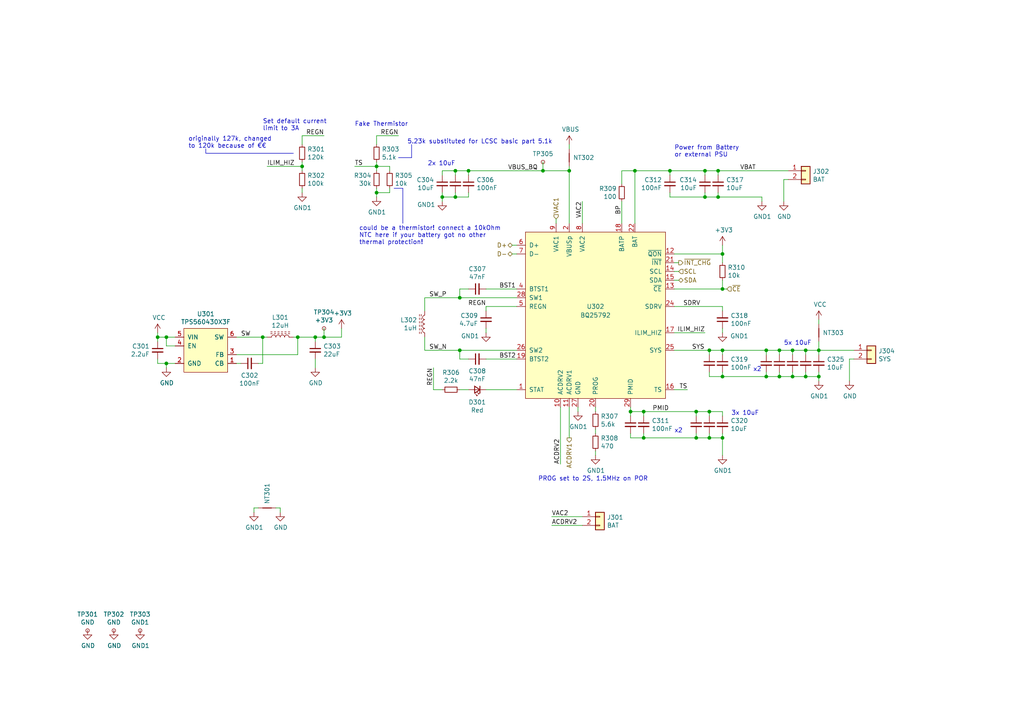
<source format=kicad_sch>
(kicad_sch (version 20230121) (generator eeschema)
  (paper "A4")
  (lib_symbols
    (symbol "Connector:TestPoint_Small" (pin_numbers hide) (pin_names (offset 0.762) hide)
      (property "Reference" "TP" (at 0 3.81 0))
      (property "Value" "TestPoint_Small" (at 0 2.032 0))
      (symbol "TestPoint_Small_0_1"
        (circle (center 0 0) (radius 0.508))
      )
      (symbol "TestPoint_Small_1_1"
        (pin passive line (at 0 0 90) (length 0) (name "1") (number "1"))
      )
    )
    (symbol "Connector_Generic:Conn_01x02" (pin_names (offset 1.016) hide)
      (property "Reference" "J" (at 0 2.54 0))
      (property "Value" "Conn_01x02" (at 0 -5.08 0))
      (symbol "Conn_01x02_1_1"
        (rectangle (start -1.27 -2.413) (end 0 -2.667) (stroke (width 0.1524)))
        (rectangle (start -1.27 0.127) (end 0 -0.127) (stroke (width 0.1524)))
        (rectangle (start -1.27 1.27) (end 1.27 -3.81) (stroke (width 0.254)) (fill (type background)))
        (pin passive line (at -5.08 0 0) (length 3.81) (name "Pin_1") (number "1"))
        (pin passive line (at -5.08 -2.54 0) (length 3.81) (name "Pin_2") (number "2"))
      )
    )
    (symbol "Device:C_Small" (pin_numbers hide) (pin_names (offset 0.254) hide)
      (property "Reference" "C" (at 0.254 1.778 0))
      (property "Value" "C_Small" (at 0.254 -2.032 0))
      (symbol "C_Small_0_1"
        (polyline (pts (xy -1.524 -0.508) (xy 1.524 -0.508)) (stroke (width 0.3302)))
        (polyline (pts (xy -1.524 0.508) (xy 1.524 0.508)) (stroke (width 0.3048)))
      )
      (symbol "C_Small_1_1"
        (pin passive line (at 0 2.54 270) (length 2.032) (name "~") (number "1"))
        (pin passive line (at 0 -2.54 90) (length 2.032) (name "~") (number "2"))
      )
    )
    (symbol "Device:LED_Small" (pin_numbers hide) (pin_names (offset 0.254) hide)
      (property "Reference" "D" (at -1.27 3.175 0))
      (property "Value" "LED_Small" (at -4.445 -2.54 0))
      (symbol "LED_Small_0_1"
        (polyline (pts (xy -0.762 -1.016) (xy -0.762 1.016)) (stroke (width 0.254)))
        (polyline (pts (xy 1.016 0) (xy -0.762 0)))
        (polyline (pts (xy 0.762 -1.016) (xy -0.762 0) (xy 0.762 1.016) (xy 0.762 -1.016)) (stroke (width 0.254)))
        (polyline (pts (xy 0 0.762) (xy -0.508 1.27) (xy -0.254 1.27) (xy -0.508 1.27) (xy -0.508 1.016)))
        (polyline (pts (xy 0.508 1.27) (xy 0 1.778) (xy 0.254 1.778) (xy 0 1.778) (xy 0 1.524)))
      )
      (symbol "LED_Small_1_1"
        (pin passive line (at -2.54 0 0) (length 1.778) (name "K") (number "1"))
        (pin passive line (at 2.54 0 180) (length 1.778) (name "A") (number "2"))
      )
    )
    (symbol "Device:L_Ferrite" (pin_numbers hide) (pin_names (offset 1.016) hide)
      (property "Reference" "L" (at -1.27 0 90))
      (property "Value" "L_Ferrite" (at 2.794 0 90))
      (symbol "L_Ferrite_0_1"
        (arc (start 0 -2.54) (mid 0.6323 -1.905) (end 0 -1.27))
        (arc (start 0 -1.27) (mid 0.6323 -0.635) (end 0 0))
        (polyline (pts (xy 1.016 -2.794) (xy 1.016 -2.286)))
        (polyline (pts (xy 1.016 -1.778) (xy 1.016 -1.27)))
        (polyline (pts (xy 1.016 -0.762) (xy 1.016 -0.254)))
        (polyline (pts (xy 1.016 0.254) (xy 1.016 0.762)))
        (polyline (pts (xy 1.016 1.27) (xy 1.016 1.778)))
        (polyline (pts (xy 1.016 2.286) (xy 1.016 2.794)))
        (polyline (pts (xy 1.524 -2.286) (xy 1.524 -2.794)))
        (polyline (pts (xy 1.524 -1.27) (xy 1.524 -1.778)))
        (polyline (pts (xy 1.524 -0.254) (xy 1.524 -0.762)))
        (polyline (pts (xy 1.524 0.762) (xy 1.524 0.254)))
        (polyline (pts (xy 1.524 1.778) (xy 1.524 1.27)))
        (polyline (pts (xy 1.524 2.794) (xy 1.524 2.286)))
        (arc (start 0 0) (mid 0.6323 0.635) (end 0 1.27))
        (arc (start 0 1.27) (mid 0.6323 1.905) (end 0 2.54))
      )
      (symbol "L_Ferrite_1_1"
        (pin passive line (at 0 3.81 270) (length 1.27) (name "1") (number "1"))
        (pin passive line (at 0 -3.81 90) (length 1.27) (name "2") (number "2"))
      )
    )
    (symbol "Device:NetTie_2" (pin_numbers hide) (pin_names (offset 0) hide)
      (property "Reference" "NT" (at 0 1.27 0))
      (property "Value" "NetTie_2" (at 0 -1.27 0))
      (symbol "NetTie_2_0_1"
        (polyline (pts (xy -1.27 0) (xy 1.27 0)) (stroke (width 0.254)))
      )
      (symbol "NetTie_2_1_1"
        (pin passive line (at -2.54 0 0) (length 2.54) (name "1") (number "1"))
        (pin passive line (at 2.54 0 180) (length 2.54) (name "2") (number "2"))
      )
    )
    (symbol "Device:R_Small" (pin_numbers hide) (pin_names (offset 0.254) hide)
      (property "Reference" "R" (at 0.762 0.508 0))
      (property "Value" "R_Small" (at 0.762 -1.016 0))
      (symbol "R_Small_0_1"
        (rectangle (start -0.762 1.778) (end 0.762 -1.778) (stroke (width 0.2032)))
      )
      (symbol "R_Small_1_1"
        (pin passive line (at 0 2.54 270) (length 0.762) (name "~") (number "1"))
        (pin passive line (at 0 -2.54 90) (length 0.762) (name "~") (number "2"))
      )
    )
    (symbol "meansOfCircuitDesign:BQ25792" (pin_names (offset 1.016))
      (property "Reference" "U" (at 0 2.54 0))
      (property "Value" "BQ25792" (at 0 0 0))
      (symbol "BQ25792_0_1"
        (rectangle (start -20.32 21.59) (end 20.32 -26.67) (fill (type background)))
      )
      (symbol "BQ25792_1_1"
        (pin output line (at -22.86 -24.13 0) (length 2.54) (name "STAT") (number "1"))
        (pin power_out line (at -10.16 -29.21 90) (length 2.54) (name "ACDRV2") (number "10"))
        (pin power_out line (at -7.62 -29.21 90) (length 2.54) (name "ACDRV1") (number "11"))
        (pin input line (at 22.86 15.24 180) (length 2.54) (name "~{QON}") (number "12"))
        (pin input line (at 22.86 5.08 180) (length 2.54) (name "~{CE}") (number "13"))
        (pin input line (at 22.86 10.16 180) (length 2.54) (name "SCL") (number "14"))
        (pin bidirectional line (at 22.86 7.62 180) (length 2.54) (name "SDA") (number "15"))
        (pin input line (at 22.86 -24.13 180) (length 2.54) (name "TS") (number "16"))
        (pin input line (at 22.86 -7.62 180) (length 2.54) (name "ILIM_HIZ") (number "17"))
        (pin power_in line (at 7.62 24.13 270) (length 2.54) (name "BATP") (number "18"))
        (pin power_out line (at -22.86 -15.24 0) (length 2.54) (name "BTST2") (number "19"))
        (pin power_in line (at -7.62 24.13 270) (length 2.54) (name "VBUSp") (number "2"))
        (pin input line (at 0 -29.21 90) (length 2.54) (name "PROG") (number "20"))
        (pin output line (at 22.86 12.7 180) (length 2.54) (name "~{INT}") (number "21"))
        (pin passive line (at 11.43 24.13 270) (length 2.54) (name "BAT") (number "22"))
        (pin passive line (at 11.43 24.13 270) (length 2.54) hide (name "BAT") (number "23"))
        (pin power_out line (at 22.86 0 180) (length 2.54) (name "SDRV") (number "24"))
        (pin passive line (at 22.86 -12.7 180) (length 2.54) (name "SYS") (number "25"))
        (pin passive line (at -22.86 -12.7 0) (length 2.54) (name "SW2") (number "26"))
        (pin passive line (at -5.08 -29.21 90) (length 2.54) (name "GND") (number "27"))
        (pin passive line (at -22.86 2.54 0) (length 2.54) (name "SW1") (number "28"))
        (pin passive line (at 10.16 -29.21 90) (length 2.54) (name "PMID") (number "29"))
        (pin power_in line (at -7.62 24.13 270) (length 2.54) hide (name "VBUSp") (number "3"))
        (pin power_in line (at -22.86 5.08 0) (length 2.54) (name "BTST1") (number "4"))
        (pin power_out line (at -22.86 0 0) (length 2.54) (name "REGN") (number "5"))
        (pin bidirectional line (at -22.86 17.78 0) (length 2.54) (name "D+") (number "6"))
        (pin bidirectional line (at -22.86 15.24 0) (length 2.54) (name "D-") (number "7"))
        (pin power_in line (at -3.81 24.13 270) (length 2.54) (name "VAC2") (number "8"))
        (pin power_in line (at -11.43 24.13 270) (length 2.54) (name "VAC1") (number "9"))
      )
    )
    (symbol "meansOfCircuitDesign:TPS560430X3F" (pin_names (offset 1.016))
      (property "Reference" "U" (at -6.35 7.62 0))
      (property "Value" "TPS560430X3F" (at 0 -7.62 0))
      (symbol "TPS560430X3F_0_1"
        (rectangle (start -6.35 6.35) (end 6.35 -6.35) (stroke (width 0.1524)) (fill (type background)))
      )
      (symbol "TPS560430X3F_1_1"
        (pin passive line (at 8.89 -3.81 180) (length 2.54) (name "CB") (number "1"))
        (pin power_in line (at -8.89 -3.81 0) (length 2.54) (name "GND") (number "2"))
        (pin passive line (at 8.89 -1.27 180) (length 2.54) (name "FB") (number "3"))
        (pin input line (at -8.89 1.27 0) (length 2.54) (name "EN") (number "4"))
        (pin power_in line (at -8.89 3.81 0) (length 2.54) (name "VIN") (number "5"))
        (pin power_out line (at 8.89 3.81 180) (length 2.54) (name "SW") (number "6"))
      )
    )
    (symbol "power:+3V3" (power) (pin_names (offset 0))
      (property "Value" "+3V3" (at 0 3.556 0))
      (symbol "+3V3_0_1"
        (polyline (pts (xy -0.762 1.27) (xy 0 2.54)))
        (polyline (pts (xy 0 0) (xy 0 2.54)))
        (polyline (pts (xy 0 2.54) (xy 0.762 1.27)))
      )
      (symbol "+3V3_1_1"
        (pin power_in line (at 0 0 90) (length 0) hide (name "+3V3") (number "1"))
      )
    )
    (symbol "power:GND" (power) (pin_names (offset 0))
      (property "Value" "GND" (at 0 -3.81 0))
      (symbol "GND_0_1"
        (polyline (pts (xy 0 0) (xy 0 -1.27) (xy 1.27 -1.27) (xy 0 -2.54) (xy -1.27 -1.27) (xy 0 -1.27)))
      )
      (symbol "GND_1_1"
        (pin power_in line (at 0 0 270) (length 0) hide (name "GND") (number "1"))
      )
    )
    (symbol "power:GND1" (power) (pin_names (offset 0))
      (property "Value" "GND1" (at 0 -3.81 0))
      (symbol "GND1_0_1"
        (polyline (pts (xy 0 0) (xy 0 -1.27) (xy 1.27 -1.27) (xy 0 -2.54) (xy -1.27 -1.27) (xy 0 -1.27)))
      )
      (symbol "GND1_1_1"
        (pin power_in line (at 0 0 270) (length 0) hide (name "GND1") (number "1"))
      )
    )
    (symbol "power:VBUS" (power) (pin_names (offset 0))
      (property "Value" "VBUS" (at 0 3.81 0))
      (symbol "VBUS_0_1"
        (polyline (pts (xy -0.762 1.27) (xy 0 2.54)))
        (polyline (pts (xy 0 0) (xy 0 2.54)))
        (polyline (pts (xy 0 2.54) (xy 0.762 1.27)))
      )
      (symbol "VBUS_1_1"
        (pin power_in line (at 0 0 90) (length 0) hide (name "VBUS") (number "1"))
      )
    )
    (symbol "power:VCC" (power) (pin_names (offset 0))
      (property "Value" "VCC" (at 0 3.81 0))
      (symbol "VCC_0_1"
        (polyline (pts (xy -0.762 1.27) (xy 0 2.54)))
        (polyline (pts (xy 0 0) (xy 0 2.54)))
        (polyline (pts (xy 0 2.54) (xy 0.762 1.27)))
      )
      (symbol "VCC_1_1"
        (pin power_in line (at 0 0 90) (length 0) hide (name "VCC") (number "1"))
      )
    )
  )
  (junction (at 132.08 57.15))
  (junction (at 93.98 97.79))
  (junction (at 208.28 57.15))
  (junction (at 209.55 83.82))
  (junction (at 165.1 49.53))
  (junction (at 222.25 101.6))
  (junction (at 133.35 86.36))
  (junction (at 226.06 109.22))
  (junction (at 201.93 127))
  (junction (at 209.55 73.66))
  (junction (at 109.22 55.88))
  (junction (at 222.25 109.22))
  (junction (at 48.26 105.41))
  (junction (at 45.72 97.79))
  (junction (at 209.55 101.6))
  (junction (at 91.44 97.79))
  (junction (at 229.87 101.6))
  (junction (at 237.49 101.6))
  (junction (at 237.49 109.22))
  (junction (at 233.68 101.6))
  (junction (at 87.63 48.26))
  (junction (at 204.47 49.53))
  (junction (at 133.35 101.6))
  (junction (at 184.15 49.53))
  (junction (at 226.06 101.6))
  (junction (at 201.93 119.38))
  (junction (at 205.74 127))
  (junction (at 194.31 49.53))
  (junction (at 86.36 97.79))
  (junction (at 109.22 48.26))
  (junction (at 132.08 49.53))
  (junction (at 229.87 109.22))
  (junction (at 182.88 119.38))
  (junction (at 76.2 97.79))
  (junction (at 209.55 109.22))
  (junction (at 205.74 119.38))
  (junction (at 157.48 49.53))
  (junction (at 208.28 49.53))
  (junction (at 48.26 97.79))
  (junction (at 209.55 127))
  (junction (at 128.27 57.15))
  (junction (at 204.47 57.15))
  (junction (at 186.69 119.38))
  (junction (at 186.69 127))
  (junction (at 135.89 49.53))
  (junction (at 233.68 109.22))
  (junction (at 205.74 101.6))
  (wire (pts (xy 48.26 105.41) (xy 50.8 105.41)))
  (wire (pts (xy 135.89 49.53) (xy 157.48 49.53)))
  (wire (pts (xy 109.22 48.26) (xy 109.22 46.99)))
  (wire (pts (xy 125.73 113.03) (xy 125.73 106.68)))
  (wire (pts (xy 194.31 55.88) (xy 194.31 57.15)))
  (wire (pts (xy 209.55 109.22) (xy 209.55 107.95)))
  (wire (pts (xy 194.31 49.53) (xy 184.15 49.53)))
  (wire (pts (xy 133.35 86.36) (xy 149.86 86.36)))
  (wire (pts (xy 161.29 63.5) (xy 161.29 64.77)))
  (wire (pts (xy 109.22 55.88) (xy 109.22 54.61)))
  (wire (pts (xy 45.72 105.41) (xy 48.26 105.41)))
  (wire (pts (xy 109.22 39.37) (xy 115.57 39.37)))
  (wire (pts (xy 172.72 119.38) (xy 172.72 118.11)))
  (wire (pts (xy 233.68 109.22) (xy 229.87 109.22)))
  (wire (pts (xy 201.93 127) (xy 186.69 127)))
  (wire (pts (xy 201.93 119.38) (xy 186.69 119.38)))
  (wire (pts (xy 226.06 109.22) (xy 222.25 109.22)))
  (wire (pts (xy 48.26 97.79) (xy 45.72 97.79)))
  (wire (pts (xy 123.19 86.36) (xy 123.19 90.17)))
  (wire (pts (xy 140.97 104.14) (xy 149.86 104.14)))
  (wire (pts (xy 209.55 101.6) (xy 205.74 101.6)))
  (wire (pts (xy 162.56 134.62) (xy 162.56 118.11)))
  (wire (pts (xy 237.49 101.6) (xy 237.49 102.87)))
  (wire (pts (xy 186.69 120.65) (xy 186.69 119.38)))
  (wire (pts (xy 209.55 120.65) (xy 209.55 119.38)))
  (wire (pts (xy 135.89 55.88) (xy 135.89 57.15)))
  (wire (pts (xy 226.06 107.95) (xy 226.06 109.22)))
  (wire (pts (xy 208.28 57.15) (xy 204.47 57.15)))
  (wire (pts (xy 209.55 132.08) (xy 209.55 127)))
  (wire (pts (xy 135.89 83.82) (xy 133.35 83.82)))
  (wire (pts (xy 123.19 101.6) (xy 133.35 101.6)))
  (wire (pts (xy 196.85 78.74) (xy 195.58 78.74)))
  (wire (pts (xy 48.26 97.79) (xy 50.8 97.79)))
  (wire (pts (xy 209.55 125.73) (xy 209.55 127)))
  (wire (pts (xy 133.35 113.03) (xy 135.89 113.03)))
  (wire (pts (xy 186.69 119.38) (xy 182.88 119.38)))
  (wire (pts (xy 73.66 148.59) (xy 73.66 147.32)))
  (wire (pts (xy 204.47 49.53) (xy 194.31 49.53)))
  (wire (pts (xy 186.69 125.73) (xy 186.69 127)))
  (wire (pts (xy 140.97 88.9) (xy 149.86 88.9)))
  (wire (pts (xy 128.27 57.15) (xy 132.08 57.15)))
  (wire (pts (xy 160.02 152.4) (xy 168.91 152.4)))
  (wire (pts (xy 68.58 105.41) (xy 69.85 105.41)))
  (wire (pts (xy 132.08 49.53) (xy 135.89 49.53)))
  (wire (pts (xy 229.87 107.95) (xy 229.87 109.22)))
  (wire (pts (xy 209.55 127) (xy 205.74 127)))
  (wire (pts (xy 140.97 113.03) (xy 149.86 113.03)))
  (wire (pts (xy 50.8 100.33) (xy 48.26 100.33)))
  (wire (pts (xy 133.35 83.82) (xy 133.35 86.36)))
  (wire (pts (xy 113.03 55.88) (xy 109.22 55.88)))
  (wire (pts (xy 209.55 101.6) (xy 222.25 101.6)))
  (wire (pts (xy 128.27 58.42) (xy 128.27 57.15)))
  (wire (pts (xy 204.47 57.15) (xy 204.47 55.88)))
  (wire (pts (xy 222.25 101.6) (xy 226.06 101.6)))
  (wire (pts (xy 199.39 113.03) (xy 195.58 113.03)))
  (wire (pts (xy 86.36 102.87) (xy 86.36 97.79)))
  (wire (pts (xy 184.15 49.53) (xy 180.34 49.53)))
  (wire (pts (xy 195.58 81.28) (xy 196.85 81.28)))
  (wire (pts (xy 182.88 119.38) (xy 182.88 118.11)))
  (wire (pts (xy 205.74 125.73) (xy 205.74 127)))
  (wire (pts (xy 222.25 109.22) (xy 209.55 109.22)))
  (wire (pts (xy 182.88 119.38) (xy 182.88 120.65)))
  (polyline (pts (xy 59.69 44.45) (xy 59.69 43.18)))
  (wire (pts (xy 222.25 107.95) (xy 222.25 109.22)))
  (wire (pts (xy 205.74 119.38) (xy 201.93 119.38)))
  (wire (pts (xy 128.27 49.53) (xy 132.08 49.53)))
  (wire (pts (xy 233.68 102.87) (xy 233.68 101.6)))
  (wire (pts (xy 91.44 106.68) (xy 91.44 104.14)))
  (wire (pts (xy 73.66 147.32) (xy 74.93 147.32)))
  (wire (pts (xy 140.97 95.25) (xy 140.97 96.52)))
  (wire (pts (xy 229.87 101.6) (xy 233.68 101.6)))
  (wire (pts (xy 149.86 101.6) (xy 133.35 101.6)))
  (wire (pts (xy 128.27 55.88) (xy 128.27 57.15)))
  (wire (pts (xy 237.49 101.6) (xy 237.49 99.06)))
  (wire (pts (xy 87.63 48.26) (xy 87.63 46.99)))
  (wire (pts (xy 201.93 120.65) (xy 201.93 119.38)))
  (wire (pts (xy 208.28 50.8) (xy 208.28 49.53)))
  (wire (pts (xy 76.2 97.79) (xy 68.58 97.79)))
  (wire (pts (xy 135.89 57.15) (xy 132.08 57.15)))
  (wire (pts (xy 149.86 73.66) (xy 148.59 73.66)))
  (wire (pts (xy 132.08 55.88) (xy 132.08 57.15)))
  (wire (pts (xy 208.28 57.15) (xy 220.98 57.15)))
  (wire (pts (xy 91.44 97.79) (xy 86.36 97.79)))
  (wire (pts (xy 180.34 49.53) (xy 180.34 53.34)))
  (wire (pts (xy 168.91 149.86) (xy 160.02 149.86)))
  (wire (pts (xy 123.19 97.79) (xy 123.19 101.6)))
  (wire (pts (xy 91.44 97.79) (xy 93.98 97.79)))
  (wire (pts (xy 237.49 109.22) (xy 237.49 110.49)))
  (wire (pts (xy 184.15 49.53) (xy 184.15 64.77)))
  (wire (pts (xy 133.35 86.36) (xy 123.19 86.36)))
  (wire (pts (xy 205.74 101.6) (xy 195.58 101.6)))
  (wire (pts (xy 135.89 104.14) (xy 133.35 104.14)))
  (wire (pts (xy 205.74 109.22) (xy 209.55 109.22)))
  (wire (pts (xy 77.47 97.79) (xy 76.2 97.79)))
  (wire (pts (xy 165.1 127) (xy 165.1 118.11)))
  (wire (pts (xy 74.93 105.41) (xy 76.2 105.41)))
  (wire (pts (xy 247.65 104.14) (xy 246.38 104.14)))
  (wire (pts (xy 113.03 49.53) (xy 113.03 48.26)))
  (wire (pts (xy 222.25 102.87) (xy 222.25 101.6)))
  (polyline (pts (xy 119.38 45.72) (xy 119.38 41.91)))
  (wire (pts (xy 165.1 64.77) (xy 165.1 49.53)))
  (wire (pts (xy 237.49 93.98) (xy 237.49 92.71)))
  (wire (pts (xy 227.33 52.07) (xy 228.6 52.07)))
  (wire (pts (xy 208.28 49.53) (xy 204.47 49.53)))
  (wire (pts (xy 209.55 76.2) (xy 209.55 73.66)))
  (wire (pts (xy 87.63 41.91) (xy 87.63 39.37)))
  (wire (pts (xy 132.08 50.8) (xy 132.08 49.53)))
  (wire (pts (xy 233.68 107.95) (xy 233.68 109.22)))
  (wire (pts (xy 128.27 113.03) (xy 125.73 113.03)))
  (wire (pts (xy 172.72 125.73) (xy 172.72 124.46)))
  (wire (pts (xy 133.35 104.14) (xy 133.35 101.6)))
  (polyline (pts (xy 116.84 54.61) (xy 116.84 64.77)))
  (wire (pts (xy 209.55 96.52) (xy 209.55 95.25)))
  (wire (pts (xy 68.58 102.87) (xy 86.36 102.87)))
  (wire (pts (xy 237.49 107.95) (xy 237.49 109.22)))
  (wire (pts (xy 168.91 58.42) (xy 168.91 64.77)))
  (wire (pts (xy 91.44 99.06) (xy 91.44 97.79)))
  (wire (pts (xy 48.26 100.33) (xy 48.26 97.79)))
  (wire (pts (xy 182.88 127) (xy 182.88 125.73)))
  (wire (pts (xy 93.98 97.79) (xy 99.06 97.79)))
  (wire (pts (xy 76.2 105.41) (xy 76.2 97.79)))
  (wire (pts (xy 113.03 48.26) (xy 109.22 48.26)))
  (wire (pts (xy 208.28 49.53) (xy 228.6 49.53)))
  (wire (pts (xy 204.47 50.8) (xy 204.47 49.53)))
  (wire (pts (xy 195.58 88.9) (xy 209.55 88.9)))
  (wire (pts (xy 195.58 73.66) (xy 209.55 73.66)))
  (polyline (pts (xy 114.3 54.61) (xy 116.84 54.61)))
  (wire (pts (xy 226.06 102.87) (xy 226.06 101.6)))
  (wire (pts (xy 102.87 48.26) (xy 109.22 48.26)))
  (wire (pts (xy 229.87 109.22) (xy 226.06 109.22)))
  (wire (pts (xy 205.74 102.87) (xy 205.74 101.6)))
  (wire (pts (xy 237.49 101.6) (xy 247.65 101.6)))
  (wire (pts (xy 201.93 127) (xy 201.93 125.73)))
  (wire (pts (xy 135.89 50.8) (xy 135.89 49.53)))
  (wire (pts (xy 109.22 41.91) (xy 109.22 39.37)))
  (wire (pts (xy 204.47 96.52) (xy 195.58 96.52)))
  (wire (pts (xy 128.27 50.8) (xy 128.27 49.53)))
  (wire (pts (xy 210.82 83.82) (xy 209.55 83.82)))
  (wire (pts (xy 165.1 43.18) (xy 165.1 41.91)))
  (wire (pts (xy 209.55 102.87) (xy 209.55 101.6)))
  (wire (pts (xy 209.55 88.9) (xy 209.55 90.17)))
  (wire (pts (xy 157.48 49.53) (xy 165.1 49.53)))
  (polyline (pts (xy 115.57 45.72) (xy 119.38 45.72)))
  (wire (pts (xy 208.28 55.88) (xy 208.28 57.15)))
  (wire (pts (xy 93.98 95.25) (xy 93.98 97.79)))
  (wire (pts (xy 205.74 107.95) (xy 205.74 109.22)))
  (wire (pts (xy 205.74 127) (xy 201.93 127)))
  (wire (pts (xy 196.85 76.2) (xy 195.58 76.2)))
  (wire (pts (xy 194.31 57.15) (xy 204.47 57.15)))
  (wire (pts (xy 229.87 102.87) (xy 229.87 101.6)))
  (wire (pts (xy 77.47 48.26) (xy 87.63 48.26)))
  (wire (pts (xy 86.36 97.79) (xy 85.09 97.79)))
  (wire (pts (xy 87.63 39.37) (xy 93.98 39.37)))
  (wire (pts (xy 205.74 120.65) (xy 205.74 119.38)))
  (wire (pts (xy 167.64 118.11) (xy 167.64 119.38)))
  (polyline (pts (xy 85.09 44.45) (xy 59.69 44.45)))
  (wire (pts (xy 45.72 104.14) (xy 45.72 105.41)))
  (wire (pts (xy 87.63 49.53) (xy 87.63 48.26)))
  (wire (pts (xy 109.22 57.15) (xy 109.22 55.88)))
  (wire (pts (xy 148.59 71.12) (xy 149.86 71.12)))
  (wire (pts (xy 186.69 127) (xy 182.88 127)))
  (wire (pts (xy 165.1 48.26) (xy 165.1 49.53)))
  (wire (pts (xy 246.38 104.14) (xy 246.38 110.49)))
  (wire (pts (xy 99.06 97.79) (xy 99.06 95.25)))
  (wire (pts (xy 237.49 109.22) (xy 233.68 109.22)))
  (wire (pts (xy 194.31 50.8) (xy 194.31 49.53)))
  (wire (pts (xy 80.01 147.32) (xy 81.28 147.32)))
  (wire (pts (xy 180.34 58.42) (xy 180.34 64.77)))
  (wire (pts (xy 81.28 147.32) (xy 81.28 148.59)))
  (wire (pts (xy 113.03 54.61) (xy 113.03 55.88)))
  (wire (pts (xy 220.98 57.15) (xy 220.98 58.42)))
  (wire (pts (xy 233.68 101.6) (xy 237.49 101.6)))
  (wire (pts (xy 227.33 52.07) (xy 227.33 58.42)))
  (wire (pts (xy 209.55 119.38) (xy 205.74 119.38)))
  (wire (pts (xy 140.97 90.17) (xy 140.97 88.9)))
  (wire (pts (xy 209.55 73.66) (xy 209.55 71.12)))
  (wire (pts (xy 157.48 46.99) (xy 157.48 49.53)))
  (wire (pts (xy 209.55 83.82) (xy 209.55 81.28)))
  (wire (pts (xy 48.26 106.68) (xy 48.26 105.41)))
  (wire (pts (xy 45.72 97.79) (xy 45.72 99.06)))
  (wire (pts (xy 195.58 83.82) (xy 209.55 83.82)))
  (wire (pts (xy 140.97 83.82) (xy 149.86 83.82)))
  (wire (pts (xy 87.63 55.88) (xy 87.63 54.61)))
  (wire (pts (xy 45.72 96.52) (xy 45.72 97.79)))
  (wire (pts (xy 226.06 101.6) (xy 229.87 101.6)))
  (wire (pts (xy 172.72 132.08) (xy 172.72 130.81)))
  (wire (pts (xy 109.22 49.53) (xy 109.22 48.26)))
  (text "could be a thermistor! connect a 10kOhm\nNTC here if your battery got no other\nthermal protection!" (at 104.14 71.12 0) (effects (font (size 1.27 1.27)) (justify left bottom)))
  (text "2x 10uF" (at 132.08 48.26 0) (effects (font (size 1.27 1.27)) (justify right bottom)))
  (text "PROG set to 2S, 1.5MHz on POR" (at 187.96 139.7 0) (effects (font (size 1.27 1.27)) (justify right bottom)))
  (text "originally 127k, changed \nto 120k because of €€" (at 54.61 43.18 0) (effects (font (size 1.27 1.27)) (justify left bottom)))
  (text "5x 10uF" (at 227.33 100.33 0) (effects (font (size 1.27 1.27)) (justify left bottom)))
  (text "x2" (at 218.44 107.95 0) (effects (font (size 1.27 1.27)) (justify left bottom)))
  (text "Power from Battery\nor external PSU" (at 195.58 45.72 0) (effects (font (size 1.27 1.27)) (justify left bottom)))
  (text "Set default current\nlimit to 3A" (at 76.2 38.1 0) (effects (font (size 1.27 1.27)) (justify left bottom)))
  (text "5.23k substituted for LCSC basic part 5.1k" (at 118.11 41.91 0) (effects (font (size 1.27 1.27)) (justify left bottom)))
  (text "x2" (at 195.58 125.73 0) (effects (font (size 1.27 1.27)) (justify left bottom)))
  (text "Fake Thermistor" (at 102.87 36.83 0) (effects (font (size 1.27 1.27)) (justify left bottom)))
  (text "3x 10uF" (at 212.09 120.65 0) (effects (font (size 1.27 1.27)) (justify left bottom)))
  (label "ACDRV2" (at 160.02 152.4 0))
  (label "SW" (at 69.85 97.79 0))
  (label "ILIM_HIZ" (at 77.47 48.26 0))
  (label "ILIM_HIZ" (at 204.47 96.52 180))
  (label "SDRV" (at 198.12 88.9 0))
  (label "TS" (at 102.87 48.26 0))
  (label "BP" (at 180.34 62.23 90))
  (label "VAC2" (at 168.91 58.42 270))
  (label "REGN" (at 93.98 39.37 180))
  (label "BST2" (at 144.78 104.14 0))
  (label "REGN" (at 140.97 88.9 180))
  (label "PMID" (at 189.23 119.38 0))
  (label "REGN" (at 115.57 39.37 180))
  (label "VBAT" (at 214.63 49.53 0))
  (label "BST1" (at 144.78 83.82 0))
  (label "SW_P" (at 124.46 86.36 0))
  (label "ACDRV2" (at 162.56 134.62 90))
  (label "SW_N" (at 124.46 101.6 0))
  (label "SYS" (at 200.66 101.6 0))
  (label "REGN" (at 125.73 106.68 270))
  (label "TS" (at 199.39 113.03 180))
  (label "VBUS_BQ" (at 147.32 49.53 0))
  (label "VAC2" (at 160.02 149.86 0))
  (hierarchical_label "VAC1" (shape input) (at 161.29 63.5 90))
  (hierarchical_label "SCL" (shape input) (at 196.85 78.74 0))
  (hierarchical_label "~{INT_CHG}" (shape output) (at 196.85 76.2 0))
  (hierarchical_label "SDA" (shape bidirectional) (at 196.85 81.28 0))
  (hierarchical_label "D-" (shape bidirectional) (at 148.59 73.66 180))
  (hierarchical_label "D+" (shape bidirectional) (at 148.59 71.12 180))
  (hierarchical_label "ACDRV1" (shape output) (at 165.1 127 270))
  (hierarchical_label "~{CE}" (shape input) (at 210.82 83.82 0))
  (symbol (lib_id "Connector_Generic:Conn_01x02") (at 173.99 149.86 0) (unit 1)
    (property "Reference" "J301" (at 176.022 150.0632 0) (effects (justify left)))
    (property "Value" "BAT" (at 176.022 152.3746 0) (effects (justify left)))
    (property "Footprint" "Connector_PinSocket_2.54mm:PinSocket_1x02_P2.54mm_Vertical" (effects hide))
  )
  (symbol (lib_id "Device:C_Small") (at 209.55 92.71 180) (unit 1)
    (property "Reference" "C318" (at 211.8868 91.5416 0) (effects (justify right)))
    (property "Value" "100nF" (at 211.8868 93.853 0) (effects (justify right)))
    (property "Footprint" "Capacitor_SMD:C_0402_1005Metric" (effects hide))
  )
  (symbol (lib_id "Device:R_Small") (at 172.72 128.27 0) (unit 1)
    (property "Reference" "R308" (at 174.2186 127.1016 0) (effects (justify left)))
    (property "Value" "470" (at 174.2186 129.413 0) (effects (justify left)))
    (property "Footprint" "Resistor_SMD:R_0402_1005Metric" (effects hide))
    (property "LCSC" "C25117" (effects hide))
    (property "JLC" "0402" (effects hide))
  )
  (symbol (lib_id "Device:NetTie_2") (at 237.49 96.52 270) (unit 1)
    (property "Reference" "NT303" (at 238.6076 96.52 90) (effects (justify left)))
    (property "Value" "chonk" (effects hide))
    (property "Footprint" "NetTie:NetTie-2_SMD_Pad0.5mm" (effects hide))
  )
  (symbol (lib_id "Device:NetTie_2") (at 165.1 45.72 270) (unit 1)
    (property "Reference" "NT302" (at 166.2176 45.72 90) (effects (justify left)))
    (property "Value" "chonk_vbus" (effects hide))
    (property "Footprint" "NetTie:NetTie-2_SMD_Pad2.0mm" (effects hide))
  )
  (symbol (lib_id "meansOfCircuitDesign:BQ25792") (at 172.72 88.9 0) (unit 1)
    (property "Reference" "U302" (at 172.72 88.9 0))
    (property "Value" "BQ25792" (at 172.72 91.44 0))
    (property "Footprint" "Automated:Texas_VQFN-HR_RQM_4x4mm_P0.40-0.45mm" (effects hide))
    (property "Datasheet" "https://www.ti.com/lit/ds/symlink/bq25792.pdf" (effects hide))
  )
  (symbol (lib_id "power:VBUS") (at 165.1 41.91 0) (unit 1)
    (property "Reference" "#PWR0314" (effects hide))
    (property "Value" "VBUS" (at 165.481 37.5158 0))
  )
  (symbol (lib_id "Device:L_Ferrite") (at 123.19 93.98 180) (unit 1)
    (property "Reference" "L302" (at 120.9802 92.8116 0) (effects (justify left)))
    (property "Value" "1uH" (at 120.9802 95.123 0) (effects (justify left)))
    (property "Footprint" "Automated:L_Bourns_SRP1245A" (effects hide))
    (property "MPN" "SRP1265A-1R0M" (effects hide))
  )
  (symbol (lib_id "Device:C_Small") (at 138.43 83.82 90) (unit 1)
    (property "Reference" "C307" (at 138.43 78.0034 90))
    (property "Value" "47nF" (at 138.43 80.3148 90))
    (property "Footprint" "Capacitor_SMD:C_0603_1608Metric" (effects hide))
  )
  (symbol (lib_id "Device:C_Small") (at 140.97 92.71 0) (unit 1)
    (property "Reference" "C309" (at 138.6586 91.5416 0) (effects (justify right)))
    (property "Value" "4.7uF" (at 138.6586 93.853 0) (effects (justify right)))
    (property "Footprint" "Capacitor_SMD:C_0603_1608Metric" (effects hide))
    (property "JLC" "0603" (effects hide))
    (property "LCSC" "C19666" (effects hide))
    (property "MPN" "CL10A475KO8NNNC" (effects hide))
  )
  (symbol (lib_id "Device:C_Small") (at 138.43 104.14 90) (unit 1)
    (property "Reference" "C308" (at 138.43 107.6198 90))
    (property "Value" "47nF" (at 138.43 109.9312 90))
    (property "Footprint" "Capacitor_SMD:C_0603_1608Metric" (effects hide))
  )
  (symbol (lib_id "Device:C_Small") (at 182.88 123.19 0) (unit 1)
    (property "Reference" "C310" (effects hide))
    (property "Value" "100nF" (effects hide))
    (property "Footprint" "Capacitor_SMD:C_0603_1608Metric" (effects hide))
  )
  (symbol (lib_id "Device:C_Small") (at 201.93 123.19 0) (unit 1)
    (property "Reference" "C313" (effects hide))
    (property "Value" "10uF" (effects hide))
    (property "Footprint" "Capacitor_SMD:C_1206_3216Metric" (effects hide))
    (property "JLC" "1206" (effects hide))
    (property "LCSC" "C13585" (effects hide))
    (property "MPN" "CL31A106KBHNNNE" (effects hide))
  )
  (symbol (lib_id "Device:C_Small") (at 205.74 123.19 0) (unit 1)
    (property "Reference" "C316" (effects hide))
    (property "Value" "10uF" (effects hide))
    (property "Footprint" "Capacitor_SMD:C_1206_3216Metric" (effects hide))
    (property "JLC" "1206" (effects hide))
    (property "LCSC" "C13585" (effects hide))
    (property "MPN" "CL31A106KBHNNNE" (effects hide))
  )
  (symbol (lib_id "Device:C_Small") (at 209.55 123.19 0) (unit 1)
    (property "Reference" "C320" (at 211.8868 122.0216 0) (effects (justify left)))
    (property "Value" "10uF" (at 211.8868 124.333 0) (effects (justify left)))
    (property "Footprint" "Capacitor_SMD:C_1206_3216Metric" (effects hide))
    (property "JLC" "1206" (effects hide))
    (property "LCSC" "C13585" (effects hide))
    (property "MPN" "CL31A106KBHNNNE" (effects hide))
  )
  (symbol (lib_id "Device:R_Small") (at 172.72 121.92 0) (unit 1)
    (property "Reference" "R307" (at 174.2186 120.7516 0) (effects (justify left)))
    (property "Value" "5.6k" (at 174.2186 123.063 0) (effects (justify left)))
    (property "Footprint" "Resistor_SMD:R_0402_1005Metric" (effects hide))
    (property "JLC" "0603" (effects hide))
    (property "LCSC" "C23189" (effects hide))
  )
  (symbol (lib_id "power:GND") (at 81.28 148.59 0) (unit 1)
    (property "Reference" "#PWR0307" (effects hide))
    (property "Value" "GND" (at 81.407 152.9842 0))
  )
  (symbol (lib_id "Device:R_Small") (at 87.63 44.45 0) (unit 1)
    (property "Reference" "R301" (at 89.1286 43.2816 0) (effects (justify left)))
    (property "Value" "120k" (at 89.1286 45.593 0) (effects (justify left)))
    (property "Footprint" "Resistor_SMD:R_0603_1608Metric" (effects hide))
    (property "JLC" "0603" (effects hide))
    (property "LCSC" "C25808" (effects hide))
  )
  (symbol (lib_id "Device:R_Small") (at 87.63 52.07 0) (unit 1)
    (property "Reference" "R302" (at 89.1286 50.9016 0) (effects (justify left)))
    (property "Value" "100k" (at 89.1286 53.213 0) (effects (justify left)))
    (property "Footprint" "Resistor_SMD:R_0603_1608Metric" (effects hide))
    (property "JLC" "0603" (effects hide))
    (property "LCSC" "C25803" (effects hide))
  )
  (symbol (lib_id "Connector_Generic:Conn_01x02") (at 233.68 49.53 0) (unit 1)
    (property "Reference" "J302" (at 235.712 49.7332 0) (effects (justify left)))
    (property "Value" "BAT" (at 235.712 52.0446 0) (effects (justify left)))
    (property "Footprint" "Connector_PinSocket_2.54mm:PinSocket_1x02_P2.54mm_Vertical" (effects hide))
  )
  (symbol (lib_id "Device:R_Small") (at 180.34 55.88 0) (unit 1)
    (property "Reference" "R309" (at 178.8668 54.7116 0) (effects (justify right)))
    (property "Value" "100" (at 178.8668 57.023 0) (effects (justify right)))
    (property "Footprint" "Resistor_SMD:R_0603_1608Metric" (effects hide))
    (property "Datasheet" "https://datasheet.lcsc.com/szlcsc/Uniroyal-Elec-0603WAF1000T5E_C22775.pdf" (effects hide))
    (property "JLC" "0603" (effects hide))
    (property "LCSC" "C22775" (effects hide))
    (property "MPN" "0603WAF1000T5E" (effects hide))
  )
  (symbol (lib_id "power:GND") (at 227.33 58.42 0) (unit 1)
    (property "Reference" "#PWR0321" (effects hide))
    (property "Value" "GND" (at 227.457 62.8142 0))
  )
  (symbol (lib_id "Device:C_Small") (at 209.55 105.41 0) (unit 1)
    (property "Reference" "C319" (at 211.8868 104.2416 0) (effects (justify left)))
    (property "Value" "100nF" (at 211.8868 106.553 0) (effects (justify left)))
    (property "Footprint" "Capacitor_SMD:C_0603_1608Metric" (effects hide))
  )
  (symbol (lib_id "Device:C_Small") (at 208.28 53.34 0) (unit 1)
    (property "Reference" "C317" (at 210.6168 52.1716 0) (effects (justify left)))
    (property "Value" "10uF" (at 210.6168 54.483 0) (effects (justify left)))
    (property "Footprint" "Capacitor_SMD:C_1206_3216Metric" (effects hide))
    (property "JLC" "1206" (effects hide))
    (property "LCSC" "C13585" (effects hide))
    (property "MPN" "CL31A106KBHNNNE" (effects hide))
  )
  (symbol (lib_id "Device:C_Small") (at 204.47 53.34 0) (unit 1)
    (property "Reference" "C314" (at 202.1586 52.1716 0) (effects (justify right)))
    (property "Value" "10uF" (at 202.1586 54.483 0) (effects (justify right)))
    (property "Footprint" "Capacitor_SMD:C_1206_3216Metric" (effects hide))
    (property "JLC" "1206" (effects hide))
    (property "LCSC" "C13585" (effects hide))
    (property "MPN" "CL31A106KBHNNNE" (effects hide))
  )
  (symbol (lib_id "Device:C_Small") (at 222.25 105.41 0) (unit 1)
    (property "Reference" "C321" (effects hide))
    (property "Value" "10uF" (effects hide))
    (property "Footprint" "Capacitor_SMD:C_1206_3216Metric" (effects hide))
    (property "JLC" "1206" (effects hide))
    (property "LCSC" "C13585" (effects hide))
    (property "MPN" "CL31A106KBHNNNE" (effects hide))
  )
  (symbol (lib_id "Device:C_Small") (at 226.06 105.41 0) (unit 1)
    (property "Reference" "C322" (effects hide))
    (property "Value" "10uF" (effects hide))
    (property "Footprint" "Capacitor_SMD:C_1206_3216Metric" (effects hide))
    (property "JLC" "1206" (effects hide))
    (property "LCSC" "C13585" (effects hide))
    (property "MPN" "CL31A106KBHNNNE" (effects hide))
  )
  (symbol (lib_id "Device:C_Small") (at 237.49 105.41 0) (unit 1)
    (property "Reference" "C325" (at 239.8268 104.2416 0) (effects (justify left)))
    (property "Value" "10uF" (at 239.8268 106.553 0) (effects (justify left)))
    (property "Footprint" "Capacitor_SMD:C_1206_3216Metric" (effects hide))
    (property "JLC" "1206" (effects hide))
    (property "LCSC" "C13585" (effects hide))
    (property "MPN" "CL31A106KBHNNNE" (effects hide))
  )
  (symbol (lib_id "Device:C_Small") (at 229.87 105.41 0) (unit 1)
    (property "Reference" "C323" (effects hide))
    (property "Value" "10uF" (effects hide))
    (property "Footprint" "Capacitor_SMD:C_1206_3216Metric" (effects hide))
    (property "JLC" "1206" (effects hide))
    (property "LCSC" "C13585" (effects hide))
    (property "MPN" "CL31A106KBHNNNE" (effects hide))
  )
  (symbol (lib_id "Device:C_Small") (at 233.68 105.41 0) (unit 1)
    (property "Reference" "C324" (effects hide))
    (property "Value" "10uF" (effects hide))
    (property "Footprint" "Capacitor_SMD:C_1206_3216Metric" (effects hide))
    (property "JLC" "1206" (effects hide))
    (property "LCSC" "C13585" (effects hide))
    (property "MPN" "CL31A106KBHNNNE" (effects hide))
  )
  (symbol (lib_id "power:VCC") (at 237.49 92.71 0) (unit 1)
    (property "Reference" "#PWR0323" (effects hide))
    (property "Value" "VCC" (at 237.871 88.3158 0))
  )
  (symbol (lib_id "Device:R_Small") (at 109.22 44.45 0) (unit 1)
    (property "Reference" "R303" (at 110.7186 43.2816 0) (effects (justify left)))
    (property "Value" "5.1k" (at 110.7186 45.593 0) (effects (justify left)))
    (property "Footprint" "Resistor_SMD:R_0603_1608Metric" (effects hide))
    (property "JLC" "0603" (effects hide))
    (property "LCSC" "C23186" (effects hide))
  )
  (symbol (lib_id "Device:R_Small") (at 109.22 52.07 0) (unit 1)
    (property "Reference" "R304" (at 107.7468 50.9016 0) (effects (justify right)))
    (property "Value" "30k" (at 107.7468 53.213 0) (effects (justify right)))
    (property "Footprint" "Resistor_SMD:R_0603_1608Metric" (effects hide))
    (property "LCSC" " C22984" (effects hide))
    (property "JLC" "0603" (effects hide))
  )
  (symbol (lib_id "Device:R_Small") (at 113.03 52.07 0) (unit 1)
    (property "Reference" "R305" (at 114.5286 50.9016 0) (effects (justify left)))
    (property "Value" "10k" (at 114.5286 53.213 0) (effects (justify left)))
    (property "Footprint" "Resistor_SMD:R_0603_1608Metric" (effects hide))
    (property "JLC" "0603" (effects hide))
    (property "LCSC" "C25804" (effects hide))
  )
  (symbol (lib_id "Device:LED_Small") (at 138.43 113.03 180) (unit 1)
    (property "Reference" "D301" (at 138.43 116.6622 0))
    (property "Value" "Red" (at 138.43 118.9736 0))
    (property "Footprint" "LED_SMD:LED_0603_1608Metric_Castellated" (effects hide))
  )
  (symbol (lib_id "Device:R_Small") (at 130.81 113.03 270) (unit 1)
    (property "Reference" "R306" (at 130.81 108.0516 90))
    (property "Value" "2.2k" (at 130.81 110.363 90))
    (property "Footprint" "Resistor_SMD:R_0603_1608Metric" (effects hide))
    (property "JLC" "0603" (effects hide))
    (property "LCSC" "C4190" (effects hide))
    (property "MPN" "0603WAF2201T5E" (effects hide))
  )
  (symbol (lib_id "Device:C_Small") (at 132.08 53.34 0) (mirror y) (unit 1)
    (property "Reference" "C305" (effects hide))
    (property "Value" "10uF" (effects hide))
    (property "Footprint" "Capacitor_SMD:C_1206_3216Metric" (effects hide))
    (property "JLC" "1206" (effects hide))
    (property "LCSC" "C13585" (effects hide))
    (property "MPN" "CL31A106KBHNNNE" (effects hide))
  )
  (symbol (lib_id "Device:C_Small") (at 128.27 53.34 0) (mirror y) (unit 1)
    (property "Reference" "C304" (at 125.9332 52.1716 0) (effects (justify left)))
    (property "Value" "10uF" (at 125.9332 54.483 0) (effects (justify left)))
    (property "Footprint" "Capacitor_SMD:C_1206_3216Metric" (effects hide))
    (property "JLC" "1206" (effects hide))
    (property "LCSC" "C13585" (effects hide))
    (property "MPN" "CL31A106KBHNNNE" (effects hide))
  )
  (symbol (lib_id "meansOfCircuitDesign:TPS560430X3F") (at 59.69 101.6 0) (unit 1)
    (property "Reference" "U301" (at 59.69 91.059 0))
    (property "Value" "TPS560430X3F" (at 59.69 93.3704 0))
    (property "Footprint" "Package_TO_SOT_SMD:SOT-23-6" (effects hide))
    (property "Datasheet" "https://www.ti.com/lit/ds/symlink/tps560430.pdf" (effects hide))
    (property "JLC" "SOT-23-6L" (effects hide))
  )
  (symbol (lib_id "Device:C_Small") (at 72.39 105.41 90) (unit 1)
    (property "Reference" "C302" (at 72.39 108.8898 90))
    (property "Value" "100nF" (at 72.39 111.2012 90))
    (property "Footprint" "Capacitor_SMD:C_0603_1608Metric" (effects hide))
    (property "JLC" "0603" (effects hide))
    (property "LCSC" "C14663" (effects hide))
    (property "MPN" "CC0603KRX7R9BB104" (effects hide))
  )
  (symbol (lib_id "Device:L_Ferrite") (at 81.28 97.79 90) (unit 1)
    (property "Reference" "L301" (at 81.28 92.075 90))
    (property "Value" "12uH" (at 81.28 94.3864 90))
    (property "Footprint" "Inductor_SMD:L_Bourns_SRN6045TA" (effects hide))
    (property "MPN" "SRN6045TA-120M" (effects hide))
  )
  (symbol (lib_id "Device:C_Small") (at 91.44 101.6 0) (unit 1)
    (property "Reference" "C303" (at 93.7768 100.4316 0) (effects (justify left)))
    (property "Value" "22uF" (at 93.7768 102.743 0) (effects (justify left)))
    (property "Footprint" "Capacitor_SMD:C_0805_2012Metric" (effects hide))
    (property "JLC" "0805" (effects hide))
    (property "LCSC" "C45783" (effects hide))
    (property "MPN" "CL21A226MAQNNNE" (effects hide))
  )
  (symbol (lib_id "power:GND") (at 91.44 106.68 0) (unit 1)
    (property "Reference" "#PWR0309" (effects hide))
    (property "Value" "GND" (at 91.567 111.0742 0))
  )
  (symbol (lib_id "power:GND") (at 48.26 106.68 0) (unit 1)
    (property "Reference" "#PWR0305" (effects hide))
    (property "Value" "GND" (at 48.387 111.0742 0))
  )
  (symbol (lib_id "Device:C_Small") (at 45.72 101.6 0) (unit 1)
    (property "Reference" "C301" (at 43.4086 100.4316 0) (effects (justify right)))
    (property "Value" "2.2uF" (at 43.4086 102.743 0) (effects (justify right)))
    (property "Footprint" "Capacitor_SMD:C_0805_2012Metric" (effects hide))
    (property "JLC" "0805" (effects hide))
    (property "LCSC" "C49217" (effects hide))
    (property "MPN" "0805F225M500NT" (effects hide))
  )
  (symbol (lib_id "power:+3V3") (at 209.55 71.12 0) (unit 1)
    (property "Reference" "#PWR0317" (effects hide))
    (property "Value" "+3V3" (at 209.931 66.7258 0))
  )
  (symbol (lib_id "Device:R_Small") (at 209.55 78.74 0) (unit 1)
    (property "Reference" "R310" (at 211.0486 77.5716 0) (effects (justify left)))
    (property "Value" "10k" (at 211.0486 79.883 0) (effects (justify left)))
    (property "Footprint" "Resistor_SMD:R_0603_1608Metric" (effects hide))
    (property "JLC" "0603" (effects hide))
    (property "LCSC" "C25804" (effects hide))
  )
  (symbol (lib_id "power:VCC") (at 45.72 96.52 0) (unit 1)
    (property "Reference" "#PWR0304" (effects hide))
    (property "Value" "VCC" (at 46.101 92.1258 0))
  )
  (symbol (lib_id "Connector:TestPoint_Small") (at 157.48 46.99 0) (unit 1)
    (property "Reference" "TP305" (at 157.48 44.6278 0))
    (property "Value" "VBUS_BQ" (effects hide))
    (property "Footprint" "TestPoint:TestPoint_THTPad_D2.0mm_Drill1.0mm" (effects hide))
  )
  (symbol (lib_id "Connector:TestPoint_Small") (at 93.98 95.25 0) (unit 1)
    (property "Reference" "TP304" (at 93.98 90.551 0))
    (property "Value" "+3V3" (at 93.98 92.8624 0))
    (property "Footprint" "TestPoint:TestPoint_THTPad_D2.0mm_Drill1.0mm" (effects hide))
  )
  (symbol (lib_id "power:+3V3") (at 99.06 95.25 0) (unit 1)
    (property "Reference" "#PWR0310" (effects hide))
    (property "Value" "+3V3" (at 99.441 90.8558 0))
  )
  (symbol (lib_id "Connector_Generic:Conn_01x02") (at 252.73 101.6 0) (unit 1)
    (property "Reference" "J304" (at 254.762 101.8032 0) (effects (justify left)))
    (property "Value" "SYS" (at 254.762 104.1146 0) (effects (justify left)))
    (property "Footprint" "Connector_PinSocket_2.54mm:PinSocket_1x02_P2.54mm_Vertical" (effects hide))
  )
  (symbol (lib_id "power:GND") (at 246.38 110.49 0) (unit 1)
    (property "Reference" "#PWR0325" (effects hide))
    (property "Value" "GND" (at 246.507 114.8842 0))
  )
  (symbol (lib_id "power:GND1") (at 237.49 110.49 0) (unit 1)
    (property "Reference" "#PWR0324" (effects hide))
    (property "Value" "GND1" (at 237.617 114.8842 0))
  )
  (symbol (lib_id "power:GND1") (at 73.66 148.59 0) (unit 1)
    (property "Reference" "#PWR0306" (effects hide))
    (property "Value" "GND1" (at 73.787 152.9842 0))
  )
  (symbol (lib_id "power:GND1") (at 209.55 132.08 0) (unit 1)
    (property "Reference" "#PWR0319" (effects hide))
    (property "Value" "GND1" (at 209.677 136.4742 0))
  )
  (symbol (lib_id "power:GND1") (at 172.72 132.08 0) (unit 1)
    (property "Reference" "#PWR0316" (effects hide))
    (property "Value" "GND1" (at 172.847 136.4742 0))
  )
  (symbol (lib_id "power:GND1") (at 167.64 119.38 0) (unit 1)
    (property "Reference" "#PWR0315" (effects hide))
    (property "Value" "GND1" (at 167.767 123.7742 0))
  )
  (symbol (lib_id "Device:NetTie_2") (at 77.47 147.32 0) (unit 1)
    (property "Reference" "NT301" (at 77.47 146.2024 90) (effects (justify left)))
    (property "Value" "chonk" (effects hide))
    (property "Footprint" "NetTie:NetTie-2_SMD_Pad2.0mm" (effects hide))
  )
  (symbol (lib_id "power:GND1") (at 140.97 96.52 0) (unit 1)
    (property "Reference" "#PWR0313" (effects hide))
    (property "Value" "GND1" (at 138.9888 97.4598 0) (effects (justify right)))
  )
  (symbol (lib_id "power:GND1") (at 128.27 58.42 0) (unit 1)
    (property "Reference" "#PWR0312" (effects hide))
    (property "Value" "GND1" (at 126.2888 59.3598 0) (effects (justify right)))
  )
  (symbol (lib_id "power:GND1") (at 209.55 96.52 0) (unit 1)
    (property "Reference" "#PWR0318" (effects hide))
    (property "Value" "GND1" (at 211.7852 97.4598 0) (effects (justify left)))
  )
  (symbol (lib_id "power:GND1") (at 87.63 55.88 0) (unit 1)
    (property "Reference" "#PWR0308" (effects hide))
    (property "Value" "GND1" (at 87.757 60.2742 0))
  )
  (symbol (lib_id "power:GND1") (at 109.22 57.15 0) (unit 1)
    (property "Reference" "#PWR0311" (effects hide))
    (property "Value" "GND1" (at 109.347 61.5442 0))
  )
  (symbol (lib_id "power:GND1") (at 220.98 58.42 0) (unit 1)
    (property "Reference" "#PWR0320" (effects hide))
    (property "Value" "GND1" (at 221.107 62.8142 0))
  )
  (symbol (lib_id "Device:C_Small") (at 205.74 105.41 0) (unit 1)
    (property "Reference" "C315" (effects hide))
    (property "Value" "100nF" (effects hide))
    (property "Footprint" "Capacitor_SMD:C_0603_1608Metric" (effects hide))
  )
  (symbol (lib_id "Device:C_Small") (at 186.69 123.19 0) (unit 1)
    (property "Reference" "C311" (at 189.0268 122.0216 0) (effects (justify left)))
    (property "Value" "100nF" (at 189.0268 124.333 0) (effects (justify left)))
    (property "Footprint" "Capacitor_SMD:C_0603_1608Metric" (effects hide))
  )
  (symbol (lib_id "Device:C_Small") (at 135.89 53.34 0) (mirror y) (unit 1)
    (property "Reference" "C306" (at 138.2014 52.1716 0) (effects (justify right)))
    (property "Value" "100nF" (at 138.2014 54.483 0) (effects (justify right)))
    (property "Footprint" "Capacitor_SMD:C_0402_1005Metric" (effects hide))
    (property "JLC" "0402" (effects hide))
  )
  (symbol (lib_id "Device:C_Small") (at 194.31 53.34 0) (mirror y) (unit 1)
    (property "Reference" "C312" (at 191.9986 52.1716 0) (effects (justify left)))
    (property "Value" "100nF" (at 191.9986 54.483 0) (effects (justify left)))
    (property "Footprint" "Capacitor_SMD:C_0402_1005Metric" (effects hide))
    (property "JLC" "0402" (effects hide))
  )
  (symbol (lib_id "Connector:TestPoint_Small") (at 25.4 182.88 0) (unit 1)
    (property "Reference" "TP301" (at 25.4 178.181 0))
    (property "Value" "GND" (at 25.4 180.4924 0))
    (property "Footprint" "TestPoint:TestPoint_THTPad_D2.0mm_Drill1.0mm" (effects hide))
  )
  (symbol (lib_id "power:GND") (at 25.4 182.88 0) (unit 1)
    (property "Reference" "#PWR0301" (effects hide))
    (property "Value" "GND" (at 25.527 187.2742 0))
  )
  (symbol (lib_id "Connector:TestPoint_Small") (at 33.02 182.88 0) (unit 1)
    (property "Reference" "TP302" (at 33.02 178.181 0))
    (property "Value" "GND" (at 33.02 180.4924 0))
    (property "Footprint" "TestPoint:TestPoint_THTPad_D2.0mm_Drill1.0mm" (effects hide))
  )
  (symbol (lib_id "power:GND") (at 33.02 182.88 0) (unit 1)
    (property "Reference" "#PWR0302" (effects hide))
    (property "Value" "GND" (at 33.147 187.2742 0))
  )
  (symbol (lib_id "power:GND1") (at 40.64 182.88 0) (unit 1)
    (property "Reference" "#PWR0303" (effects hide))
    (property "Value" "GND1" (at 40.767 187.2742 0))
  )
  (symbol (lib_id "Connector:TestPoint_Small") (at 40.64 182.88 0) (unit 1)
    (property "Reference" "TP303" (at 40.64 178.181 0))
    (property "Value" "GND1" (at 40.64 180.4924 0))
    (property "Footprint" "TestPoint:TestPoint_THTPad_D2.0mm_Drill1.0mm" (effects hide))
  )
)
</source>
